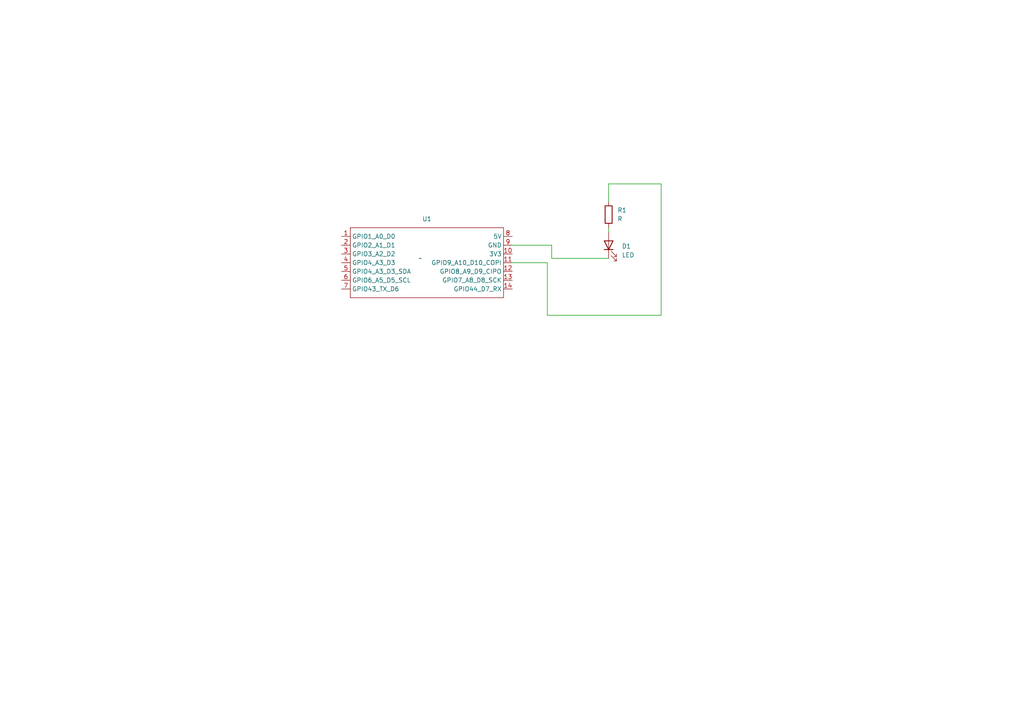
<source format=kicad_sch>
(kicad_sch (version 20230121) (generator eeschema)
  (paper "A4")
  (lib_symbols
    (symbol "Device:LED" (pin_numbers hide) (pin_names (offset 1.016) hide)
      (property "Reference" "D" (at 0 2.54 0))
      (property "Value" "LED" (at 0 -2.54 0))
      (symbol "LED_0_1"
        (polyline (pts (xy -1.27 -1.27) (xy -1.27 1.27)) (stroke (width 0.254)))
        (polyline (pts (xy -1.27 0) (xy 1.27 0)))
        (polyline (pts (xy 1.27 -1.27) (xy 1.27 1.27) (xy -1.27 0) (xy 1.27 -1.27)) (stroke (width 0.254)))
        (polyline (pts (xy -3.048 -0.762) (xy -4.572 -2.286) (xy -3.81 -2.286) (xy -4.572 -2.286) (xy -4.572 -1.524)))
        (polyline (pts (xy -1.778 -0.762) (xy -3.302 -2.286) (xy -2.54 -2.286) (xy -3.302 -2.286) (xy -3.302 -1.524)))
      )
      (symbol "LED_1_1"
        (pin passive line (at -3.81 0 0) (length 2.54) (name "K") (number "1"))
        (pin passive line (at 3.81 0 180) (length 2.54) (name "A") (number "2"))
      )
    )
    (symbol "Device:R" (pin_numbers hide) (pin_names (offset 0))
      (property "Reference" "R" (at 2.032 0 90))
      (property "Value" "R" (at 0 0 90))
      (symbol "R_0_1"
        (rectangle (start -1.016 -2.54) (end 1.016 2.54) (stroke (width 0.254)))
      )
      (symbol "R_1_1"
        (pin passive line (at 0 3.81 270) (length 1.27) (name "~") (number "1"))
        (pin passive line (at 0 -3.81 90) (length 1.27) (name "~") (number "2"))
      )
    )
    (symbol "demo:XIAO_ESP32_SENSE"
      (property "Reference" "U" (at 0 0 0))
      (symbol "XIAO_ESP32_SENSE_0_1"
        (polyline (pts (xy -20.32 8.89) (xy -20.32 -11.43) (xy 24.13 -11.43) (xy 24.13 8.89) (xy -20.32 8.89)))
      )
      (symbol "XIAO_ESP32_SENSE_1_1"
        (pin bidirectional line (at -22.86 6.35 0) (length 2.54) (name "GPIO1_A0_D0") (number "1"))
        (pin bidirectional line (at 26.67 1.27 180) (length 2.54) (name "3V3") (number "10"))
        (pin bidirectional line (at 26.67 -1.27 180) (length 2.54) (name "GPIO9_A10_D10_COPI") (number "11"))
        (pin bidirectional line (at 26.67 -3.81 180) (length 2.54) (name "GPIO8_A9_D9_CIPO") (number "12"))
        (pin bidirectional line (at 26.67 -6.35 180) (length 2.54) (name "GPIO7_A8_D8_SCK") (number "13"))
        (pin bidirectional line (at 26.67 -8.89 180) (length 2.54) (name "GPIO44_D7_RX") (number "14"))
        (pin bidirectional line (at -22.86 3.81 0) (length 2.54) (name "GPIO2_A1_D1") (number "2"))
        (pin bidirectional line (at -22.86 1.27 0) (length 2.54) (name "GPIO3_A2_D2") (number "3"))
        (pin bidirectional line (at -22.86 -1.27 0) (length 2.54) (name "GPIO4_A3_D3") (number "4"))
        (pin bidirectional line (at -22.86 -3.81 0) (length 2.54) (name "GPIO4_A3_D3_SDA") (number "5"))
        (pin bidirectional line (at -22.86 -6.35 0) (length 2.54) (name "GPIO6_A5_D5_SCL") (number "6"))
        (pin bidirectional line (at -22.86 -8.89 0) (length 2.54) (name "GPIO43_TX_D6") (number "7"))
        (pin bidirectional line (at 26.67 6.35 180) (length 2.54) (name "5V") (number "8"))
        (pin bidirectional line (at 26.67 3.81 180) (length 2.54) (name "GND") (number "9"))
      )
    )
  )
  (wire (pts (xy 160.02 71.12) (xy 148.59 71.12)))
  (wire (pts (xy 191.77 53.34) (xy 176.53 53.34)))
  (wire (pts (xy 160.02 74.93) (xy 160.02 71.12)))
  (wire (pts (xy 158.75 91.44) (xy 191.77 91.44)))
  (wire (pts (xy 176.53 53.34) (xy 176.53 58.42)))
  (wire (pts (xy 176.53 74.93) (xy 160.02 74.93)))
  (wire (pts (xy 148.59 76.2) (xy 158.75 76.2)))
  (wire (pts (xy 158.75 76.2) (xy 158.75 91.44)))
  (wire (pts (xy 191.77 53.34) (xy 191.77 91.44)))
  (wire (pts (xy 176.53 66.04) (xy 176.53 67.31)))
  (symbol (lib_id "Device:R") (at 176.53 62.23 0) (unit 1)
    (property "Reference" "R1" (at 179.07 60.96 0) (effects (justify left)))
    (property "Value" "R" (at 179.07 63.5 0) (effects (justify left)))
  )
  (symbol (lib_id "demo:XIAO_ESP32_SENSE") (at 121.92 74.93 0) (unit 1)
    (property "Reference" "U1" (at 123.825 63.5 0))
    (property "Value" "~" (at 121.92 74.93 0))
  )
  (symbol (lib_id "Device:LED") (at 176.53 71.12 90) (unit 1)
    (property "Reference" "D1" (at 180.34 71.4375 90) (effects (justify right)))
    (property "Value" "LED" (at 180.34 73.9775 90) (effects (justify right)))
  )
)
</source>
